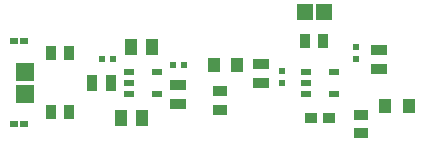
<source format=gbr>
%TF.GenerationSoftware,Altium Limited,Altium Designer,21.9.2 (33)*%
G04 Layer_Color=8421504*
%FSLAX45Y45*%
%MOMM*%
%TF.SameCoordinates,B38C24F6-9218-448E-869F-3EC4A9810878*%
%TF.FilePolarity,Positive*%
%TF.FileFunction,Paste,Top*%
%TF.Part,Single*%
G01*
G75*
%TA.AperFunction,SMDPad,CuDef*%
%ADD11R,0.90606X1.30981*%
%ADD12R,1.00000X1.25000*%
%ADD13R,1.30981X0.90606*%
%ADD14R,0.50000X0.50000*%
%ADD15R,1.10000X1.40000*%
%ADD16R,0.65000X0.60000*%
%ADD17R,0.90000X0.60000*%
%ADD18R,0.50000X0.50000*%
%ADD19R,1.35000X0.95000*%
%ADD20R,1.35000X1.45000*%
%ADD21R,1.01708X0.94946*%
%ADD22R,1.55000X1.55000*%
%ADD23R,0.95000X1.35000*%
D11*
X4227608Y1100000D02*
D03*
X4072392D02*
D03*
X2077608Y1000000D02*
D03*
X1922392D02*
D03*
X2077608Y500000D02*
D03*
X1922392D02*
D03*
D12*
X4949998Y550000D02*
D03*
X4750002D02*
D03*
X3300002Y900000D02*
D03*
X3499998D02*
D03*
D13*
X4550000Y477608D02*
D03*
Y322392D02*
D03*
X3350000Y677608D02*
D03*
Y522392D02*
D03*
D14*
X2950000Y900000D02*
D03*
X3050000D02*
D03*
X2350000Y950000D02*
D03*
X2450000D02*
D03*
D15*
X2600000Y1050000D02*
D03*
X2775000D02*
D03*
X2687500Y450000D02*
D03*
X2512500D02*
D03*
D16*
X1607500Y1100000D02*
D03*
X1692500D02*
D03*
X1607500Y400000D02*
D03*
X1692500D02*
D03*
D17*
X4080000Y845000D02*
D03*
Y750000D02*
D03*
Y655000D02*
D03*
X4320000D02*
D03*
Y845000D02*
D03*
X2580000D02*
D03*
Y750000D02*
D03*
Y655000D02*
D03*
X2820000D02*
D03*
Y845000D02*
D03*
D18*
X4500000Y950000D02*
D03*
Y1050000D02*
D03*
X3875000Y750000D02*
D03*
Y850000D02*
D03*
D19*
X4700000Y1030000D02*
D03*
Y870000D02*
D03*
X3700000Y905000D02*
D03*
Y745000D02*
D03*
X3000000Y730000D02*
D03*
Y570000D02*
D03*
D20*
X4067500Y1350000D02*
D03*
X4232500D02*
D03*
D21*
X4273450Y450000D02*
D03*
X4126550D02*
D03*
D22*
X1700000Y657500D02*
D03*
Y842500D02*
D03*
D23*
X2430000Y750000D02*
D03*
X2270000D02*
D03*
%TF.MD5,e1f9cc4c6614b556dda68f1f88ed3bad*%
M02*

</source>
